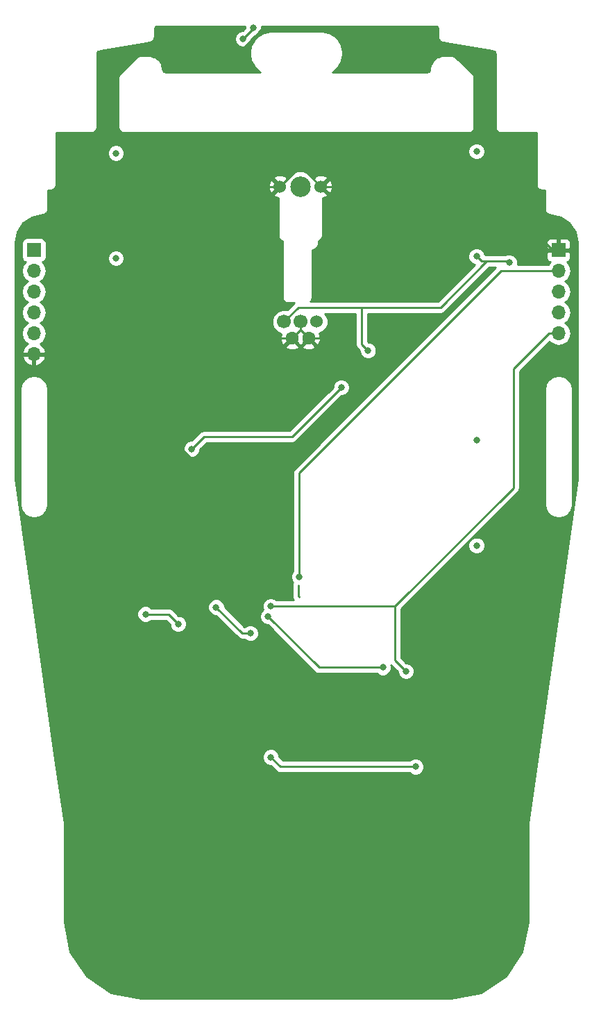
<source format=gbl>
G04 #@! TF.GenerationSoftware,KiCad,Pcbnew,(2017-07-14 revision d3b382c28)-master*
G04 #@! TF.CreationDate,2017-07-21T01:22:26-04:00*
G04 #@! TF.ProjectId,MAGLabs-2017-Swadges,4D41474C6162732D323031372D537761,rev?*
G04 #@! TF.SameCoordinates,Original
G04 #@! TF.FileFunction,Copper,L2,Bot,Signal*
G04 #@! TF.FilePolarity,Positive*
%FSLAX46Y46*%
G04 Gerber Fmt 4.6, Leading zero omitted, Abs format (unit mm)*
G04 Created by KiCad (PCBNEW (2017-07-14 revision d3b382c28)-master) date Fri Jul 21 01:22:26 2017*
%MOMM*%
%LPD*%
G01*
G04 APERTURE LIST*
%ADD10O,1.700000X1.700000*%
%ADD11R,1.700000X1.700000*%
%ADD12C,1.700000*%
%ADD13C,1.524000*%
%ADD14C,2.500000*%
%ADD15C,1.600000*%
%ADD16C,0.800000*%
%ADD17C,0.250000*%
%ADD18C,0.254000*%
G04 APERTURE END LIST*
D10*
X104000000Y-75700000D03*
X104000000Y-73160000D03*
X104000000Y-70620000D03*
X104000000Y-68080000D03*
X104000000Y-65540000D03*
D11*
X104000000Y-63000000D03*
D12*
X134500000Y-71750000D03*
X136500000Y-71750000D03*
D13*
X138500000Y-71750000D03*
X139000000Y-55250000D03*
X134000000Y-55250000D03*
D14*
X136500000Y-55250000D03*
D15*
X135500000Y-73750000D03*
X137500000Y-73750000D03*
D10*
X168000000Y-73160000D03*
X168000000Y-70620000D03*
X168000000Y-68080000D03*
X168000000Y-65540000D03*
D11*
X168000000Y-63000000D03*
D16*
X114000000Y-51190000D03*
X114000000Y-64000000D03*
X158000000Y-99035000D03*
X158000000Y-86225000D03*
X130774440Y-35874960D03*
X162000000Y-64500000D03*
X121600000Y-108600000D03*
X117600000Y-107400000D03*
X129500000Y-37250000D03*
X123250000Y-87250000D03*
X141500000Y-79750000D03*
X144750000Y-75250000D03*
X158000000Y-63775000D03*
X158000000Y-50965000D03*
X151100000Y-72200000D03*
X151160000Y-67500000D03*
X116130000Y-57260000D03*
X113660000Y-105700000D03*
X125294398Y-92675021D03*
X120800000Y-104600000D03*
X154500000Y-108750000D03*
X154000000Y-57000000D03*
X150250000Y-38750000D03*
X127250000Y-39500000D03*
X157250000Y-104000000D03*
X107500000Y-76250000D03*
X142500000Y-76250000D03*
X125250000Y-101750000D03*
X123250000Y-105000000D03*
X126500000Y-80500000D03*
X136000000Y-151500000D03*
X114000000Y-86450000D03*
X114000000Y-99260000D03*
X126231000Y-106556000D03*
X130388600Y-109735000D03*
X136346000Y-102836000D03*
X132878000Y-106415000D03*
X149390200Y-114369200D03*
X146560900Y-113911900D03*
X132571900Y-107692500D03*
X132899100Y-124847300D03*
X150557600Y-126018700D03*
D17*
X136230000Y-103890000D02*
X136230000Y-105190000D01*
X136230000Y-105190000D02*
X136380000Y-105340000D01*
X114000000Y-51190000D02*
X114000000Y-51250000D01*
X158000000Y-99035000D02*
X158000000Y-99000000D01*
X158000000Y-86225000D02*
X158000000Y-86250000D01*
X129500000Y-37250000D02*
X130774440Y-35975560D01*
X130774440Y-35975560D02*
X130774440Y-35874960D01*
X161864600Y-64364600D02*
X159250000Y-64364600D01*
X162000000Y-64500000D02*
X161864600Y-64364600D01*
X120400000Y-107400000D02*
X117600000Y-107400000D01*
X121600000Y-108600000D02*
X120400000Y-107400000D01*
X135500000Y-85750000D02*
X141500000Y-79750000D01*
X124750000Y-85750000D02*
X135500000Y-85750000D01*
X123250000Y-87250000D02*
X124750000Y-85750000D01*
X144000000Y-74500000D02*
X144000000Y-70024000D01*
X144750000Y-75250000D02*
X144000000Y-74500000D01*
X158000000Y-63775000D02*
X158000000Y-63750000D01*
X158000000Y-50965000D02*
X158000000Y-51000000D01*
X159250000Y-64364600D02*
X159247000Y-64364600D01*
X158590000Y-64364600D02*
X158000000Y-63775000D01*
X159247000Y-64364600D02*
X158590000Y-64364600D01*
X159250000Y-64364600D02*
X159247000Y-64364600D01*
X153588000Y-70024000D02*
X144000000Y-70024000D01*
X159247000Y-64364600D02*
X153588000Y-70024000D01*
X136226000Y-70024000D02*
X134500000Y-71750000D01*
X144000000Y-70024000D02*
X136226000Y-70024000D01*
X139000000Y-55250000D02*
X139000000Y-55340000D01*
X139000000Y-55340000D02*
X151160000Y-67500000D01*
X144060000Y-77730000D02*
X143890000Y-77560000D01*
X145570000Y-77730000D02*
X144060000Y-77730000D01*
X151100000Y-72200000D02*
X145570000Y-77730000D01*
X116070000Y-56180000D02*
X116070000Y-57200000D01*
X116070000Y-57200000D02*
X116130000Y-57260000D01*
X113660000Y-105700000D02*
X113660000Y-105720000D01*
X135500000Y-73750000D02*
X133250000Y-73750000D01*
X133250000Y-73750000D02*
X126500000Y-80500000D01*
X125294398Y-92675021D02*
X125294398Y-90544398D01*
X125294398Y-90544398D02*
X121750000Y-87000000D01*
X121750000Y-87000000D02*
X121750000Y-85250000D01*
X121750000Y-85250000D02*
X126500000Y-80500000D01*
X125294398Y-93240706D02*
X125294398Y-92675021D01*
X125000000Y-98500000D02*
X125294398Y-98205602D01*
X125294398Y-98205602D02*
X125294398Y-93240706D01*
X126500000Y-80500000D02*
X115750000Y-80500000D01*
X115750000Y-80500000D02*
X113750000Y-82500000D01*
X121200000Y-105000000D02*
X123250000Y-105000000D01*
X120800000Y-104600000D02*
X121200000Y-105000000D01*
X157250000Y-106000000D02*
X157250000Y-104000000D01*
X154500000Y-108750000D02*
X157250000Y-106000000D01*
X147500000Y-36000000D02*
X150250000Y-38750000D01*
X131853000Y-36000000D02*
X147500000Y-36000000D01*
X128353000Y-39500000D02*
X131853000Y-36000000D01*
X127250000Y-39500000D02*
X128353000Y-39500000D01*
X117000000Y-55250000D02*
X134000000Y-55250000D01*
X107500000Y-64750000D02*
X116070000Y-56180000D01*
X116070000Y-56180000D02*
X117000000Y-55250000D01*
X107500000Y-76250000D02*
X107500000Y-64750000D01*
X136250000Y-53000000D02*
X134000000Y-55250000D01*
X136750000Y-53000000D02*
X136250000Y-53000000D01*
X139000000Y-55250000D02*
X136750000Y-53000000D01*
X154000000Y-57000000D02*
X160250000Y-57000000D01*
X152250000Y-55250000D02*
X154000000Y-57000000D01*
X139000000Y-55250000D02*
X152250000Y-55250000D01*
X160250000Y-42250000D02*
X160250000Y-57000000D01*
X156750000Y-38750000D02*
X160250000Y-42250000D01*
X150250000Y-38750000D02*
X156750000Y-38750000D01*
X161250000Y-57000000D02*
X160250000Y-57000000D01*
X167250000Y-63000000D02*
X161250000Y-57000000D01*
X168000000Y-63000000D02*
X167250000Y-63000000D01*
X113750000Y-82500000D02*
X113750000Y-85500000D01*
X107500000Y-76250000D02*
X113750000Y-82500000D01*
X140000000Y-73750000D02*
X142500000Y-76250000D01*
X137500000Y-73750000D02*
X140000000Y-73750000D01*
X136500000Y-72750000D02*
X137500000Y-73750000D01*
X136000000Y-151500000D02*
X138000000Y-151500000D01*
X114000000Y-86450000D02*
X114000000Y-86500000D01*
X114000000Y-99260000D02*
X114000000Y-99250000D01*
X136500000Y-71750000D02*
X136500000Y-72750000D01*
X136500000Y-72750000D02*
X135500000Y-73750000D01*
X124240000Y-99260000D02*
X114000000Y-99260000D01*
X125000000Y-98500000D02*
X124240000Y-99260000D01*
X123250000Y-103750000D02*
X125000000Y-102000000D01*
X123250000Y-105000000D02*
X123250000Y-103750000D01*
X125000000Y-102000000D02*
X125250000Y-101750000D01*
X125000000Y-103250000D02*
X125000000Y-102000000D01*
X123250000Y-105000000D02*
X125000000Y-103250000D01*
X125000000Y-102000000D02*
X125000000Y-98500000D01*
X129410000Y-109735000D02*
X130388600Y-109735000D01*
X126231000Y-106556000D02*
X129410000Y-109735000D01*
X136346000Y-90181500D02*
X136346000Y-102836000D01*
X160988000Y-65540000D02*
X136346000Y-90181500D01*
X168000000Y-65540000D02*
X160988000Y-65540000D01*
X148059000Y-113038000D02*
X148059000Y-106415000D01*
X149390200Y-114369200D02*
X148059000Y-113038000D01*
X132878000Y-106415000D02*
X148059000Y-106415000D01*
X166825000Y-73160000D02*
X168000000Y-73160000D01*
X162485000Y-77499400D02*
X166825000Y-73160000D01*
X162485000Y-91988700D02*
X162485000Y-77499400D01*
X148059000Y-106415000D02*
X162485000Y-91988700D01*
X138791300Y-113911900D02*
X146560900Y-113911900D01*
X132571900Y-107692500D02*
X138791300Y-113911900D01*
X134070500Y-126018700D02*
X150557600Y-126018700D01*
X132899100Y-124847300D02*
X134070500Y-126018700D01*
D18*
G36*
X129739387Y-35935811D02*
X129460233Y-36214965D01*
X129295029Y-36214821D01*
X128914485Y-36372058D01*
X128623081Y-36662954D01*
X128465180Y-37043223D01*
X128464821Y-37454971D01*
X128622058Y-37835515D01*
X128912954Y-38126919D01*
X129293223Y-38284820D01*
X129704971Y-38285179D01*
X130085515Y-38127942D01*
X130376919Y-37837046D01*
X130534820Y-37456777D01*
X130534966Y-37289836D01*
X130914719Y-36910083D01*
X130979411Y-36910139D01*
X131359955Y-36752902D01*
X131651359Y-36462006D01*
X131809260Y-36081737D01*
X131809584Y-35710000D01*
X152930070Y-35710000D01*
X153105655Y-35744926D01*
X153195225Y-35804774D01*
X153255074Y-35894345D01*
X153290000Y-36069930D01*
X153290000Y-37000000D01*
X153305780Y-37079329D01*
X153308303Y-37160170D01*
X153332547Y-37213895D01*
X153344046Y-37271705D01*
X153388980Y-37338955D01*
X153422249Y-37412679D01*
X153465207Y-37453036D01*
X153497954Y-37502046D01*
X153565208Y-37546983D01*
X153624154Y-37602361D01*
X153679286Y-37623207D01*
X153728295Y-37655954D01*
X153807621Y-37671733D01*
X153883277Y-37700340D01*
X159872352Y-38698519D01*
X160105655Y-38744926D01*
X160195225Y-38804774D01*
X160255074Y-38894345D01*
X160290000Y-39069930D01*
X160290000Y-48000000D01*
X160344046Y-48271705D01*
X160497954Y-48502046D01*
X160728295Y-48655954D01*
X161000000Y-48710000D01*
X165290000Y-48710000D01*
X165290000Y-55000000D01*
X165344046Y-55271705D01*
X165497954Y-55502046D01*
X165728295Y-55655954D01*
X166000000Y-55710000D01*
X166290000Y-55710000D01*
X166290000Y-58000000D01*
X166303643Y-58068586D01*
X166303643Y-58138514D01*
X166330404Y-58203120D01*
X166344046Y-58271705D01*
X166382894Y-58329846D01*
X166409656Y-58394455D01*
X166459104Y-58443903D01*
X166497954Y-58502046D01*
X166556098Y-58540897D01*
X166605545Y-58590343D01*
X166670152Y-58617104D01*
X166728295Y-58655954D01*
X166796877Y-58669596D01*
X166861486Y-58696358D01*
X168253707Y-58973288D01*
X169316546Y-59683454D01*
X170026712Y-60746295D01*
X170290000Y-62069931D01*
X170290000Y-90949543D01*
X164297136Y-132899591D01*
X164299897Y-132950245D01*
X164290000Y-133000000D01*
X164290000Y-144930069D01*
X163569989Y-148549807D01*
X161559187Y-151559186D01*
X158549805Y-153569990D01*
X154930069Y-154290000D01*
X117069931Y-154290000D01*
X113450193Y-153569989D01*
X110440814Y-151559187D01*
X108430010Y-148549805D01*
X107710000Y-144930069D01*
X107710000Y-133000000D01*
X107700103Y-132950245D01*
X107702864Y-132899591D01*
X106581819Y-125052271D01*
X131863921Y-125052271D01*
X132021158Y-125432815D01*
X132312054Y-125724219D01*
X132692323Y-125882120D01*
X132859264Y-125882266D01*
X133533099Y-126556101D01*
X133779661Y-126720848D01*
X134070500Y-126778700D01*
X149853839Y-126778700D01*
X149970554Y-126895619D01*
X150350823Y-127053520D01*
X150762571Y-127053879D01*
X151143115Y-126896642D01*
X151434519Y-126605746D01*
X151592420Y-126225477D01*
X151592779Y-125813729D01*
X151435542Y-125433185D01*
X151144646Y-125141781D01*
X150764377Y-124983880D01*
X150352629Y-124983521D01*
X149972085Y-125140758D01*
X149853937Y-125258700D01*
X134385302Y-125258700D01*
X133934135Y-124807533D01*
X133934279Y-124642329D01*
X133777042Y-124261785D01*
X133486146Y-123970381D01*
X133105877Y-123812480D01*
X132694129Y-123812121D01*
X132313585Y-123969358D01*
X132022181Y-124260254D01*
X131864280Y-124640523D01*
X131863921Y-125052271D01*
X106581819Y-125052271D01*
X104089347Y-107604971D01*
X116564821Y-107604971D01*
X116722058Y-107985515D01*
X117012954Y-108276919D01*
X117393223Y-108434820D01*
X117804971Y-108435179D01*
X118185515Y-108277942D01*
X118303663Y-108160000D01*
X120085198Y-108160000D01*
X120564965Y-108639767D01*
X120564821Y-108804971D01*
X120722058Y-109185515D01*
X121012954Y-109476919D01*
X121393223Y-109634820D01*
X121804971Y-109635179D01*
X122185515Y-109477942D01*
X122476919Y-109187046D01*
X122634820Y-108806777D01*
X122635179Y-108395029D01*
X122477942Y-108014485D01*
X122187046Y-107723081D01*
X121806777Y-107565180D01*
X121639836Y-107565034D01*
X120937401Y-106862599D01*
X120785304Y-106760971D01*
X125195821Y-106760971D01*
X125353058Y-107141515D01*
X125643954Y-107432919D01*
X126024223Y-107590820D01*
X126191164Y-107590966D01*
X128872599Y-110272401D01*
X129119161Y-110437148D01*
X129410000Y-110495000D01*
X129684839Y-110495000D01*
X129801554Y-110611919D01*
X130181823Y-110769820D01*
X130593571Y-110770179D01*
X130974115Y-110612942D01*
X131265519Y-110322046D01*
X131423420Y-109941777D01*
X131423779Y-109530029D01*
X131266542Y-109149485D01*
X130975646Y-108858081D01*
X130595377Y-108700180D01*
X130183629Y-108699821D01*
X129803085Y-108857058D01*
X129704887Y-108955085D01*
X128647273Y-107897471D01*
X131536721Y-107897471D01*
X131693958Y-108278015D01*
X131984854Y-108569419D01*
X132365123Y-108727320D01*
X132532064Y-108727466D01*
X138253899Y-114449301D01*
X138500461Y-114614048D01*
X138791300Y-114671900D01*
X145857139Y-114671900D01*
X145973854Y-114788819D01*
X146354123Y-114946720D01*
X146765871Y-114947079D01*
X147146415Y-114789842D01*
X147437819Y-114498946D01*
X147595720Y-114118677D01*
X147596079Y-113706929D01*
X147555910Y-113609712D01*
X148355165Y-114408967D01*
X148355021Y-114574171D01*
X148512258Y-114954715D01*
X148803154Y-115246119D01*
X149183423Y-115404020D01*
X149595171Y-115404379D01*
X149975715Y-115247142D01*
X150267119Y-114956246D01*
X150425020Y-114575977D01*
X150425379Y-114164229D01*
X150268142Y-113783685D01*
X149977246Y-113492281D01*
X149596977Y-113334380D01*
X149430036Y-113334234D01*
X148819000Y-112723198D01*
X148819000Y-106729798D01*
X156308671Y-99239971D01*
X156964821Y-99239971D01*
X157122058Y-99620515D01*
X157412954Y-99911919D01*
X157793223Y-100069820D01*
X158204971Y-100070179D01*
X158585515Y-99912942D01*
X158876919Y-99622046D01*
X159034820Y-99241777D01*
X159035179Y-98830029D01*
X158877942Y-98449485D01*
X158587046Y-98158081D01*
X158206777Y-98000180D01*
X157795029Y-97999821D01*
X157414485Y-98157058D01*
X157123081Y-98447954D01*
X156965180Y-98828223D01*
X156964821Y-99239971D01*
X156308671Y-99239971D01*
X163022407Y-92526096D01*
X163123430Y-92374899D01*
X163187148Y-92279539D01*
X163187149Y-92279535D01*
X163187151Y-92279532D01*
X163216223Y-92133372D01*
X163245000Y-91988700D01*
X163245000Y-80000000D01*
X166290000Y-80000000D01*
X166290000Y-94000000D01*
X166303642Y-94068584D01*
X166303642Y-94138513D01*
X166379762Y-94521196D01*
X166399395Y-94568593D01*
X166485776Y-94777138D01*
X166702549Y-95101561D01*
X166702550Y-95101562D01*
X166898438Y-95297451D01*
X167222862Y-95514223D01*
X167328877Y-95558136D01*
X167478804Y-95620238D01*
X167861486Y-95696358D01*
X168138513Y-95696358D01*
X168521196Y-95620238D01*
X168596160Y-95589187D01*
X168777138Y-95514224D01*
X169101561Y-95297451D01*
X169101562Y-95297450D01*
X169297451Y-95101562D01*
X169514223Y-94777138D01*
X169564419Y-94655954D01*
X169620238Y-94521196D01*
X169696358Y-94138514D01*
X169696358Y-94068584D01*
X169710000Y-94000000D01*
X169710000Y-80000000D01*
X169696358Y-79931416D01*
X169696358Y-79861486D01*
X169620238Y-79478804D01*
X169514223Y-79222863D01*
X169514223Y-79222862D01*
X169297451Y-78898438D01*
X169101562Y-78702550D01*
X169101561Y-78702549D01*
X168777138Y-78485776D01*
X168593368Y-78409657D01*
X168521196Y-78379762D01*
X168138513Y-78303642D01*
X167861486Y-78303642D01*
X167478804Y-78379762D01*
X167406632Y-78409657D01*
X167222862Y-78485777D01*
X166898438Y-78702549D01*
X166739501Y-78861487D01*
X166702549Y-78898439D01*
X166485776Y-79222862D01*
X166435581Y-79344046D01*
X166379762Y-79478804D01*
X166303642Y-79861487D01*
X166303642Y-79931416D01*
X166290000Y-80000000D01*
X163245000Y-80000000D01*
X163245000Y-77814233D01*
X166892346Y-74167391D01*
X166920853Y-74210054D01*
X167402622Y-74531961D01*
X167970907Y-74645000D01*
X168029093Y-74645000D01*
X168597378Y-74531961D01*
X169079147Y-74210054D01*
X169401054Y-73728285D01*
X169514093Y-73160000D01*
X169401054Y-72591715D01*
X169079147Y-72109946D01*
X168749974Y-71890000D01*
X169079147Y-71670054D01*
X169401054Y-71188285D01*
X169514093Y-70620000D01*
X169401054Y-70051715D01*
X169079147Y-69569946D01*
X168749974Y-69350000D01*
X169079147Y-69130054D01*
X169401054Y-68648285D01*
X169514093Y-68080000D01*
X169401054Y-67511715D01*
X169079147Y-67029946D01*
X168749974Y-66810000D01*
X169079147Y-66590054D01*
X169401054Y-66108285D01*
X169514093Y-65540000D01*
X169401054Y-64971715D01*
X169079147Y-64489946D01*
X169035223Y-64460597D01*
X169209698Y-64388327D01*
X169388327Y-64209699D01*
X169485000Y-63976310D01*
X169485000Y-63285750D01*
X169326250Y-63127000D01*
X168127000Y-63127000D01*
X168127000Y-63147000D01*
X167873000Y-63147000D01*
X167873000Y-63127000D01*
X166673750Y-63127000D01*
X166515000Y-63285750D01*
X166515000Y-63976310D01*
X166611673Y-64209699D01*
X166790302Y-64388327D01*
X166964777Y-64460597D01*
X166920853Y-64489946D01*
X166727046Y-64780000D01*
X163004415Y-64780000D01*
X163034820Y-64706777D01*
X163035179Y-64295029D01*
X162877942Y-63914485D01*
X162587046Y-63623081D01*
X162206777Y-63465180D01*
X161795029Y-63464821D01*
X161456737Y-63604600D01*
X159035149Y-63604600D01*
X159035179Y-63570029D01*
X158877942Y-63189485D01*
X158587046Y-62898081D01*
X158206777Y-62740180D01*
X157795029Y-62739821D01*
X157414485Y-62897058D01*
X157123081Y-63187954D01*
X156965180Y-63568223D01*
X156964821Y-63979971D01*
X157122058Y-64360515D01*
X157412954Y-64651919D01*
X157746463Y-64790403D01*
X153273182Y-69264000D01*
X137734155Y-69264000D01*
X137752046Y-69252046D01*
X137905954Y-69021705D01*
X137960000Y-68750000D01*
X137960000Y-62960000D01*
X138000000Y-62960000D01*
X138271705Y-62905954D01*
X138502046Y-62752046D01*
X138655954Y-62521705D01*
X138710000Y-62250000D01*
X138710000Y-62023690D01*
X166515000Y-62023690D01*
X166515000Y-62714250D01*
X166673750Y-62873000D01*
X167873000Y-62873000D01*
X167873000Y-61673750D01*
X168127000Y-61673750D01*
X168127000Y-62873000D01*
X169326250Y-62873000D01*
X169485000Y-62714250D01*
X169485000Y-62023690D01*
X169388327Y-61790301D01*
X169209698Y-61611673D01*
X168976309Y-61515000D01*
X168285750Y-61515000D01*
X168127000Y-61673750D01*
X167873000Y-61673750D01*
X167714250Y-61515000D01*
X167023691Y-61515000D01*
X166790302Y-61611673D01*
X166611673Y-61790301D01*
X166515000Y-62023690D01*
X138710000Y-62023690D01*
X138710000Y-61918228D01*
X138771705Y-61905954D01*
X139002046Y-61752046D01*
X139155954Y-61521705D01*
X139210000Y-61250000D01*
X139210000Y-56638238D01*
X139347368Y-56631362D01*
X139731143Y-56472397D01*
X139800608Y-56230213D01*
X139000000Y-55429605D01*
X138985858Y-55443748D01*
X138806253Y-55264143D01*
X138820395Y-55250000D01*
X139179605Y-55250000D01*
X139980213Y-56050608D01*
X140222397Y-55981143D01*
X140409144Y-55457698D01*
X140381362Y-54902632D01*
X140222397Y-54518857D01*
X139980213Y-54449392D01*
X139179605Y-55250000D01*
X138820395Y-55250000D01*
X138806253Y-55235858D01*
X138985858Y-55056253D01*
X139000000Y-55070395D01*
X139800608Y-54269787D01*
X139731143Y-54027603D01*
X139207698Y-53840856D01*
X138652632Y-53868638D01*
X138268857Y-54027603D01*
X138199393Y-54269785D01*
X138084382Y-54154774D01*
X138077261Y-54161895D01*
X137569161Y-53652907D01*
X136876595Y-53365328D01*
X136126695Y-53364674D01*
X135433628Y-53651043D01*
X134922312Y-54161468D01*
X134915618Y-54154774D01*
X134800607Y-54269785D01*
X134731143Y-54027603D01*
X134207698Y-53840856D01*
X133652632Y-53868638D01*
X133268857Y-54027603D01*
X133199392Y-54269787D01*
X134000000Y-55070395D01*
X134014143Y-55056253D01*
X134193748Y-55235858D01*
X134179605Y-55250000D01*
X134193748Y-55264143D01*
X134014143Y-55443748D01*
X134000000Y-55429605D01*
X133199392Y-56230213D01*
X133268857Y-56472397D01*
X133790000Y-56658323D01*
X133790000Y-61250000D01*
X133844046Y-61521705D01*
X133997954Y-61752046D01*
X134228295Y-61905954D01*
X134290000Y-61918228D01*
X134290000Y-68750000D01*
X134344046Y-69021705D01*
X134497954Y-69252046D01*
X134728295Y-69405954D01*
X135000000Y-69460000D01*
X135728407Y-69460000D01*
X135688599Y-69486599D01*
X134876709Y-70298489D01*
X134796681Y-70265258D01*
X134205911Y-70264743D01*
X133659914Y-70490344D01*
X133241812Y-70907717D01*
X133015258Y-71453319D01*
X133014743Y-72044089D01*
X133240344Y-72590086D01*
X133657717Y-73008188D01*
X134165905Y-73219206D01*
X134053035Y-73533223D01*
X134080222Y-74103454D01*
X134246136Y-74504005D01*
X134492255Y-74578139D01*
X135320395Y-73750000D01*
X135306253Y-73735858D01*
X135485858Y-73556253D01*
X135500000Y-73570395D01*
X135514143Y-73556253D01*
X135693748Y-73735858D01*
X135679605Y-73750000D01*
X136113571Y-74183966D01*
X136246136Y-74504005D01*
X136492255Y-74578139D01*
X136500000Y-74570394D01*
X136507745Y-74578139D01*
X136753864Y-74504005D01*
X136859062Y-74211332D01*
X137320395Y-73750000D01*
X137306253Y-73735858D01*
X137485858Y-73556252D01*
X137500000Y-73570395D01*
X137514142Y-73556252D01*
X137693748Y-73735858D01*
X137679605Y-73750000D01*
X138507745Y-74578139D01*
X138753864Y-74504005D01*
X138946965Y-73966777D01*
X138919778Y-73396546D01*
X138810689Y-73133182D01*
X139290303Y-72935010D01*
X139683629Y-72542370D01*
X139896757Y-72029100D01*
X139897242Y-71473339D01*
X139685010Y-70959697D01*
X139509619Y-70784000D01*
X143240000Y-70784000D01*
X143240000Y-74500000D01*
X143297852Y-74790839D01*
X143462599Y-75037401D01*
X143714965Y-75289767D01*
X143714821Y-75454971D01*
X143872058Y-75835515D01*
X144162954Y-76126919D01*
X144543223Y-76284820D01*
X144954971Y-76285179D01*
X145335515Y-76127942D01*
X145626919Y-75837046D01*
X145784820Y-75456777D01*
X145785179Y-75045029D01*
X145627942Y-74664485D01*
X145337046Y-74373081D01*
X144956777Y-74215180D01*
X144789836Y-74215034D01*
X144760000Y-74185198D01*
X144760000Y-70784000D01*
X153588000Y-70784000D01*
X153588013Y-70783997D01*
X153588027Y-70784000D01*
X153738250Y-70754113D01*
X153878839Y-70726148D01*
X153878850Y-70726141D01*
X153878864Y-70726138D01*
X154005930Y-70641228D01*
X154125401Y-70561401D01*
X154125409Y-70561390D01*
X154125420Y-70561382D01*
X159561818Y-65124600D01*
X160328595Y-65124600D01*
X135808604Y-89644093D01*
X135808601Y-89644098D01*
X135808599Y-89644099D01*
X135759671Y-89717324D01*
X135643855Y-89890653D01*
X135643854Y-89890658D01*
X135643852Y-89890661D01*
X135616688Y-90027220D01*
X135586000Y-90181492D01*
X135586001Y-90181496D01*
X135586000Y-90181500D01*
X135586000Y-102132239D01*
X135469081Y-102248954D01*
X135311180Y-102629223D01*
X135310821Y-103040971D01*
X135468058Y-103421515D01*
X135574982Y-103528626D01*
X135527852Y-103599161D01*
X135470000Y-103890000D01*
X135470000Y-105190000D01*
X135527852Y-105480839D01*
X135644222Y-105655000D01*
X133581761Y-105655000D01*
X133465046Y-105538081D01*
X133084777Y-105380180D01*
X132673029Y-105379821D01*
X132292485Y-105537058D01*
X132001081Y-105827954D01*
X131843180Y-106208223D01*
X131842821Y-106619971D01*
X131941667Y-106859198D01*
X131694981Y-107105454D01*
X131537080Y-107485723D01*
X131536721Y-107897471D01*
X128647273Y-107897471D01*
X127266035Y-106516233D01*
X127266179Y-106351029D01*
X127108942Y-105970485D01*
X126818046Y-105679081D01*
X126437777Y-105521180D01*
X126026029Y-105520821D01*
X125645485Y-105678058D01*
X125354081Y-105968954D01*
X125196180Y-106349223D01*
X125195821Y-106760971D01*
X120785304Y-106760971D01*
X120690839Y-106697852D01*
X120400000Y-106640000D01*
X118303761Y-106640000D01*
X118187046Y-106523081D01*
X117806777Y-106365180D01*
X117395029Y-106364821D01*
X117014485Y-106522058D01*
X116723081Y-106812954D01*
X116565180Y-107193223D01*
X116564821Y-107604971D01*
X104089347Y-107604971D01*
X101710000Y-90949543D01*
X101710000Y-80000000D01*
X102290000Y-80000000D01*
X102290000Y-94000000D01*
X102303642Y-94068584D01*
X102303642Y-94138513D01*
X102379762Y-94521196D01*
X102399395Y-94568593D01*
X102485776Y-94777138D01*
X102702549Y-95101561D01*
X102702550Y-95101562D01*
X102898438Y-95297451D01*
X103222862Y-95514223D01*
X103328877Y-95558136D01*
X103478804Y-95620238D01*
X103861486Y-95696358D01*
X104138513Y-95696358D01*
X104521196Y-95620238D01*
X104596160Y-95589187D01*
X104777138Y-95514224D01*
X105101561Y-95297451D01*
X105101562Y-95297450D01*
X105297451Y-95101562D01*
X105514223Y-94777138D01*
X105564419Y-94655954D01*
X105620238Y-94521196D01*
X105696358Y-94138514D01*
X105696358Y-94068584D01*
X105710000Y-94000000D01*
X105710000Y-87454971D01*
X122214821Y-87454971D01*
X122372058Y-87835515D01*
X122662954Y-88126919D01*
X123043223Y-88284820D01*
X123454971Y-88285179D01*
X123835515Y-88127942D01*
X124126919Y-87837046D01*
X124284820Y-87456777D01*
X124284966Y-87289836D01*
X125064802Y-86510000D01*
X135500000Y-86510000D01*
X135790839Y-86452148D01*
X136037401Y-86287401D01*
X141539767Y-80785035D01*
X141704971Y-80785179D01*
X142085515Y-80627942D01*
X142376919Y-80337046D01*
X142534820Y-79956777D01*
X142535179Y-79545029D01*
X142377942Y-79164485D01*
X142087046Y-78873081D01*
X141706777Y-78715180D01*
X141295029Y-78714821D01*
X140914485Y-78872058D01*
X140623081Y-79162954D01*
X140465180Y-79543223D01*
X140465034Y-79710164D01*
X135185198Y-84990000D01*
X124750000Y-84990000D01*
X124459160Y-85047852D01*
X124212599Y-85212599D01*
X123210233Y-86214965D01*
X123045029Y-86214821D01*
X122664485Y-86372058D01*
X122373081Y-86662954D01*
X122215180Y-87043223D01*
X122214821Y-87454971D01*
X105710000Y-87454971D01*
X105710000Y-80000000D01*
X105696358Y-79931416D01*
X105696358Y-79861486D01*
X105620238Y-79478804D01*
X105514223Y-79222863D01*
X105514223Y-79222862D01*
X105297451Y-78898438D01*
X105101562Y-78702550D01*
X105101561Y-78702549D01*
X104777138Y-78485776D01*
X104593368Y-78409657D01*
X104521196Y-78379762D01*
X104138513Y-78303642D01*
X103861486Y-78303642D01*
X103478804Y-78379762D01*
X103406632Y-78409657D01*
X103222862Y-78485777D01*
X102898438Y-78702549D01*
X102739501Y-78861487D01*
X102702549Y-78898439D01*
X102485776Y-79222862D01*
X102435581Y-79344046D01*
X102379762Y-79478804D01*
X102303642Y-79861487D01*
X102303642Y-79931416D01*
X102290000Y-80000000D01*
X101710000Y-80000000D01*
X101710000Y-76056890D01*
X102558524Y-76056890D01*
X102728355Y-76466924D01*
X103118642Y-76895183D01*
X103643108Y-77141486D01*
X103873000Y-77020819D01*
X103873000Y-75827000D01*
X104127000Y-75827000D01*
X104127000Y-77020819D01*
X104356892Y-77141486D01*
X104881358Y-76895183D01*
X105271645Y-76466924D01*
X105441476Y-76056890D01*
X105320155Y-75827000D01*
X104127000Y-75827000D01*
X103873000Y-75827000D01*
X102679845Y-75827000D01*
X102558524Y-76056890D01*
X101710000Y-76056890D01*
X101710000Y-65540000D01*
X102485907Y-65540000D01*
X102598946Y-66108285D01*
X102920853Y-66590054D01*
X103250026Y-66810000D01*
X102920853Y-67029946D01*
X102598946Y-67511715D01*
X102485907Y-68080000D01*
X102598946Y-68648285D01*
X102920853Y-69130054D01*
X103250026Y-69350000D01*
X102920853Y-69569946D01*
X102598946Y-70051715D01*
X102485907Y-70620000D01*
X102598946Y-71188285D01*
X102920853Y-71670054D01*
X103250026Y-71890000D01*
X102920853Y-72109946D01*
X102598946Y-72591715D01*
X102485907Y-73160000D01*
X102598946Y-73728285D01*
X102920853Y-74210054D01*
X103261553Y-74437702D01*
X103118642Y-74504817D01*
X102728355Y-74933076D01*
X102558524Y-75343110D01*
X102679845Y-75573000D01*
X103873000Y-75573000D01*
X103873000Y-75553000D01*
X104127000Y-75553000D01*
X104127000Y-75573000D01*
X105320155Y-75573000D01*
X105441476Y-75343110D01*
X105271645Y-74933076D01*
X105111860Y-74757745D01*
X134671861Y-74757745D01*
X134745995Y-75003864D01*
X135283223Y-75196965D01*
X135853454Y-75169778D01*
X136254005Y-75003864D01*
X136328139Y-74757745D01*
X136671861Y-74757745D01*
X136745995Y-75003864D01*
X137283223Y-75196965D01*
X137853454Y-75169778D01*
X138254005Y-75003864D01*
X138328139Y-74757745D01*
X137500000Y-73929605D01*
X136671861Y-74757745D01*
X136328139Y-74757745D01*
X135500000Y-73929605D01*
X134671861Y-74757745D01*
X105111860Y-74757745D01*
X104881358Y-74504817D01*
X104738447Y-74437702D01*
X105079147Y-74210054D01*
X105401054Y-73728285D01*
X105514093Y-73160000D01*
X105401054Y-72591715D01*
X105079147Y-72109946D01*
X104749974Y-71890000D01*
X105079147Y-71670054D01*
X105401054Y-71188285D01*
X105514093Y-70620000D01*
X105401054Y-70051715D01*
X105079147Y-69569946D01*
X104749974Y-69350000D01*
X105079147Y-69130054D01*
X105401054Y-68648285D01*
X105514093Y-68080000D01*
X105401054Y-67511715D01*
X105079147Y-67029946D01*
X104749974Y-66810000D01*
X105079147Y-66590054D01*
X105401054Y-66108285D01*
X105514093Y-65540000D01*
X105401054Y-64971715D01*
X105079147Y-64489946D01*
X105035223Y-64460597D01*
X105097765Y-64448157D01*
X105307809Y-64307809D01*
X105376523Y-64204971D01*
X112964821Y-64204971D01*
X113122058Y-64585515D01*
X113412954Y-64876919D01*
X113793223Y-65034820D01*
X114204971Y-65035179D01*
X114585515Y-64877942D01*
X114876919Y-64587046D01*
X115034820Y-64206777D01*
X115035179Y-63795029D01*
X114877942Y-63414485D01*
X114587046Y-63123081D01*
X114206777Y-62965180D01*
X113795029Y-62964821D01*
X113414485Y-63122058D01*
X113123081Y-63412954D01*
X112965180Y-63793223D01*
X112964821Y-64204971D01*
X105376523Y-64204971D01*
X105448157Y-64097765D01*
X105497440Y-63850000D01*
X105497440Y-62150000D01*
X105448157Y-61902235D01*
X105307809Y-61692191D01*
X105097765Y-61551843D01*
X104850000Y-61502560D01*
X103150000Y-61502560D01*
X102902235Y-61551843D01*
X102692191Y-61692191D01*
X102551843Y-61902235D01*
X102502560Y-62150000D01*
X102502560Y-63850000D01*
X102551843Y-64097765D01*
X102692191Y-64307809D01*
X102902235Y-64448157D01*
X102964777Y-64460597D01*
X102920853Y-64489946D01*
X102598946Y-64971715D01*
X102485907Y-65540000D01*
X101710000Y-65540000D01*
X101710000Y-62069931D01*
X101973288Y-60746293D01*
X102683454Y-59683454D01*
X103746295Y-58973288D01*
X105138514Y-58696358D01*
X105203123Y-58669596D01*
X105271705Y-58655954D01*
X105329848Y-58617104D01*
X105394455Y-58590343D01*
X105443902Y-58540897D01*
X105502046Y-58502046D01*
X105540896Y-58443903D01*
X105590344Y-58394455D01*
X105617106Y-58329846D01*
X105655954Y-58271705D01*
X105669596Y-58203120D01*
X105696357Y-58138514D01*
X105696357Y-58068586D01*
X105710000Y-58000000D01*
X105710000Y-55710000D01*
X106000000Y-55710000D01*
X106271705Y-55655954D01*
X106502046Y-55502046D01*
X106655954Y-55271705D01*
X106701585Y-55042302D01*
X132590856Y-55042302D01*
X132618638Y-55597368D01*
X132777603Y-55981143D01*
X133019787Y-56050608D01*
X133820395Y-55250000D01*
X133019787Y-54449392D01*
X132777603Y-54518857D01*
X132590856Y-55042302D01*
X106701585Y-55042302D01*
X106710000Y-55000000D01*
X106710000Y-51394971D01*
X112964821Y-51394971D01*
X113122058Y-51775515D01*
X113412954Y-52066919D01*
X113793223Y-52224820D01*
X114204971Y-52225179D01*
X114585515Y-52067942D01*
X114876919Y-51777046D01*
X115034820Y-51396777D01*
X115035017Y-51169971D01*
X156964821Y-51169971D01*
X157122058Y-51550515D01*
X157412954Y-51841919D01*
X157793223Y-51999820D01*
X158204971Y-52000179D01*
X158585515Y-51842942D01*
X158876919Y-51552046D01*
X159034820Y-51171777D01*
X159035179Y-50760029D01*
X158877942Y-50379485D01*
X158587046Y-50088081D01*
X158206777Y-49930180D01*
X157795029Y-49929821D01*
X157414485Y-50087058D01*
X157123081Y-50377954D01*
X156965180Y-50758223D01*
X156964821Y-51169971D01*
X115035017Y-51169971D01*
X115035179Y-50985029D01*
X114877942Y-50604485D01*
X114587046Y-50313081D01*
X114206777Y-50155180D01*
X113795029Y-50154821D01*
X113414485Y-50312058D01*
X113123081Y-50602954D01*
X112965180Y-50983223D01*
X112964821Y-51394971D01*
X106710000Y-51394971D01*
X106710000Y-48710000D01*
X111000000Y-48710000D01*
X111271705Y-48655954D01*
X111502046Y-48502046D01*
X111655954Y-48271705D01*
X111710000Y-48000000D01*
X111710000Y-42000000D01*
X114290000Y-42000000D01*
X114290000Y-48000000D01*
X114344046Y-48271705D01*
X114497954Y-48502046D01*
X114728295Y-48655954D01*
X115000000Y-48710000D01*
X157000000Y-48710000D01*
X157271705Y-48655954D01*
X157502046Y-48502046D01*
X157655954Y-48271705D01*
X157710000Y-48000000D01*
X157710000Y-42000000D01*
X157655954Y-41728295D01*
X157502046Y-41497954D01*
X155502046Y-39497954D01*
X155271705Y-39344046D01*
X155000000Y-39290000D01*
X154000000Y-39290000D01*
X153931416Y-39303642D01*
X153861486Y-39303642D01*
X153478804Y-39379762D01*
X153406632Y-39409657D01*
X153222862Y-39485777D01*
X152898438Y-39702549D01*
X152777118Y-39823870D01*
X152702549Y-39898439D01*
X152485776Y-40222862D01*
X152430749Y-40355711D01*
X152379762Y-40478804D01*
X152303642Y-40861486D01*
X152303642Y-40861487D01*
X152255074Y-41105655D01*
X152195225Y-41195226D01*
X152105655Y-41255074D01*
X151930070Y-41290000D01*
X140381473Y-41290000D01*
X140808668Y-41004558D01*
X141004558Y-40808668D01*
X141438103Y-40159822D01*
X141504303Y-40000000D01*
X141544117Y-39903881D01*
X141696357Y-39138515D01*
X141696357Y-38861485D01*
X141544117Y-38096119D01*
X141484482Y-37952148D01*
X141438103Y-37840178D01*
X141004558Y-37191332D01*
X140808668Y-36995442D01*
X140159821Y-36561897D01*
X140005448Y-36497954D01*
X139903881Y-36455883D01*
X139138514Y-36303642D01*
X139068584Y-36303642D01*
X139000000Y-36290000D01*
X133000000Y-36290000D01*
X132931413Y-36303643D01*
X132861485Y-36303643D01*
X132096119Y-36455883D01*
X131968149Y-36508890D01*
X131840178Y-36561897D01*
X131191332Y-36995442D01*
X130995442Y-37191332D01*
X130561897Y-37840179D01*
X130528437Y-37920959D01*
X130455883Y-38096119D01*
X130303642Y-38861486D01*
X130303643Y-39000000D01*
X130303642Y-39138514D01*
X130455883Y-39903881D01*
X130469853Y-39937606D01*
X130561897Y-40159821D01*
X130995442Y-40808668D01*
X131191332Y-41004558D01*
X131618526Y-41290000D01*
X120069930Y-41290000D01*
X119894345Y-41255074D01*
X119804774Y-41195225D01*
X119744926Y-41105655D01*
X119696358Y-40861487D01*
X119696358Y-40861486D01*
X119620238Y-40478804D01*
X119558136Y-40328877D01*
X119514223Y-40222862D01*
X119297451Y-39898438D01*
X119101562Y-39702550D01*
X119101561Y-39702549D01*
X118777138Y-39485776D01*
X118593368Y-39409657D01*
X118521196Y-39379762D01*
X118138513Y-39303642D01*
X118068584Y-39303642D01*
X118000000Y-39290000D01*
X117000000Y-39290000D01*
X116728295Y-39344046D01*
X116497954Y-39497954D01*
X114497954Y-41497954D01*
X114344046Y-41728295D01*
X114290000Y-42000000D01*
X111710000Y-42000000D01*
X111710000Y-39069930D01*
X111744926Y-38894345D01*
X111804774Y-38804775D01*
X111894345Y-38744926D01*
X112127648Y-38698519D01*
X118116724Y-37700340D01*
X118192381Y-37671733D01*
X118271705Y-37655954D01*
X118320713Y-37623208D01*
X118375847Y-37602361D01*
X118434795Y-37546982D01*
X118502046Y-37502046D01*
X118534793Y-37453037D01*
X118577751Y-37412679D01*
X118611020Y-37338953D01*
X118655954Y-37271705D01*
X118667453Y-37213898D01*
X118691698Y-37160170D01*
X118694221Y-37079324D01*
X118710000Y-37000000D01*
X118710000Y-36069930D01*
X118744926Y-35894345D01*
X118804774Y-35804775D01*
X118894345Y-35744926D01*
X119069930Y-35710000D01*
X129739584Y-35710000D01*
X129739387Y-35935811D01*
X129739387Y-35935811D01*
G37*
X129739387Y-35935811D02*
X129460233Y-36214965D01*
X129295029Y-36214821D01*
X128914485Y-36372058D01*
X128623081Y-36662954D01*
X128465180Y-37043223D01*
X128464821Y-37454971D01*
X128622058Y-37835515D01*
X128912954Y-38126919D01*
X129293223Y-38284820D01*
X129704971Y-38285179D01*
X130085515Y-38127942D01*
X130376919Y-37837046D01*
X130534820Y-37456777D01*
X130534966Y-37289836D01*
X130914719Y-36910083D01*
X130979411Y-36910139D01*
X131359955Y-36752902D01*
X131651359Y-36462006D01*
X131809260Y-36081737D01*
X131809584Y-35710000D01*
X152930070Y-35710000D01*
X153105655Y-35744926D01*
X153195225Y-35804774D01*
X153255074Y-35894345D01*
X153290000Y-36069930D01*
X153290000Y-37000000D01*
X153305780Y-37079329D01*
X153308303Y-37160170D01*
X153332547Y-37213895D01*
X153344046Y-37271705D01*
X153388980Y-37338955D01*
X153422249Y-37412679D01*
X153465207Y-37453036D01*
X153497954Y-37502046D01*
X153565208Y-37546983D01*
X153624154Y-37602361D01*
X153679286Y-37623207D01*
X153728295Y-37655954D01*
X153807621Y-37671733D01*
X153883277Y-37700340D01*
X159872352Y-38698519D01*
X160105655Y-38744926D01*
X160195225Y-38804774D01*
X160255074Y-38894345D01*
X160290000Y-39069930D01*
X160290000Y-48000000D01*
X160344046Y-48271705D01*
X160497954Y-48502046D01*
X160728295Y-48655954D01*
X161000000Y-48710000D01*
X165290000Y-48710000D01*
X165290000Y-55000000D01*
X165344046Y-55271705D01*
X165497954Y-55502046D01*
X165728295Y-55655954D01*
X166000000Y-55710000D01*
X166290000Y-55710000D01*
X166290000Y-58000000D01*
X166303643Y-58068586D01*
X166303643Y-58138514D01*
X166330404Y-58203120D01*
X166344046Y-58271705D01*
X166382894Y-58329846D01*
X166409656Y-58394455D01*
X166459104Y-58443903D01*
X166497954Y-58502046D01*
X166556098Y-58540897D01*
X166605545Y-58590343D01*
X166670152Y-58617104D01*
X166728295Y-58655954D01*
X166796877Y-58669596D01*
X166861486Y-58696358D01*
X168253707Y-58973288D01*
X169316546Y-59683454D01*
X170026712Y-60746295D01*
X170290000Y-62069931D01*
X170290000Y-90949543D01*
X164297136Y-132899591D01*
X164299897Y-132950245D01*
X164290000Y-133000000D01*
X164290000Y-144930069D01*
X163569989Y-148549807D01*
X161559187Y-151559186D01*
X158549805Y-153569990D01*
X154930069Y-154290000D01*
X117069931Y-154290000D01*
X113450193Y-153569989D01*
X110440814Y-151559187D01*
X108430010Y-148549805D01*
X107710000Y-144930069D01*
X107710000Y-133000000D01*
X107700103Y-132950245D01*
X107702864Y-132899591D01*
X106581819Y-125052271D01*
X131863921Y-125052271D01*
X132021158Y-125432815D01*
X132312054Y-125724219D01*
X132692323Y-125882120D01*
X132859264Y-125882266D01*
X133533099Y-126556101D01*
X133779661Y-126720848D01*
X134070500Y-126778700D01*
X149853839Y-126778700D01*
X149970554Y-126895619D01*
X150350823Y-127053520D01*
X150762571Y-127053879D01*
X151143115Y-126896642D01*
X151434519Y-126605746D01*
X151592420Y-126225477D01*
X151592779Y-125813729D01*
X151435542Y-125433185D01*
X151144646Y-125141781D01*
X150764377Y-124983880D01*
X150352629Y-124983521D01*
X149972085Y-125140758D01*
X149853937Y-125258700D01*
X134385302Y-125258700D01*
X133934135Y-124807533D01*
X133934279Y-124642329D01*
X133777042Y-124261785D01*
X133486146Y-123970381D01*
X133105877Y-123812480D01*
X132694129Y-123812121D01*
X132313585Y-123969358D01*
X132022181Y-124260254D01*
X131864280Y-124640523D01*
X131863921Y-125052271D01*
X106581819Y-125052271D01*
X104089347Y-107604971D01*
X116564821Y-107604971D01*
X116722058Y-107985515D01*
X117012954Y-108276919D01*
X117393223Y-108434820D01*
X117804971Y-108435179D01*
X118185515Y-108277942D01*
X118303663Y-108160000D01*
X120085198Y-108160000D01*
X120564965Y-108639767D01*
X120564821Y-108804971D01*
X120722058Y-109185515D01*
X121012954Y-109476919D01*
X121393223Y-109634820D01*
X121804971Y-109635179D01*
X122185515Y-109477942D01*
X122476919Y-109187046D01*
X122634820Y-108806777D01*
X122635179Y-108395029D01*
X122477942Y-108014485D01*
X122187046Y-107723081D01*
X121806777Y-107565180D01*
X121639836Y-107565034D01*
X120937401Y-106862599D01*
X120785304Y-106760971D01*
X125195821Y-106760971D01*
X125353058Y-107141515D01*
X125643954Y-107432919D01*
X126024223Y-107590820D01*
X126191164Y-107590966D01*
X128872599Y-110272401D01*
X129119161Y-110437148D01*
X129410000Y-110495000D01*
X129684839Y-110495000D01*
X129801554Y-110611919D01*
X130181823Y-110769820D01*
X130593571Y-110770179D01*
X130974115Y-110612942D01*
X131265519Y-110322046D01*
X131423420Y-109941777D01*
X131423779Y-109530029D01*
X131266542Y-109149485D01*
X130975646Y-108858081D01*
X130595377Y-108700180D01*
X130183629Y-108699821D01*
X129803085Y-108857058D01*
X129704887Y-108955085D01*
X128647273Y-107897471D01*
X131536721Y-107897471D01*
X131693958Y-108278015D01*
X131984854Y-108569419D01*
X132365123Y-108727320D01*
X132532064Y-108727466D01*
X138253899Y-114449301D01*
X138500461Y-114614048D01*
X138791300Y-114671900D01*
X145857139Y-114671900D01*
X145973854Y-114788819D01*
X146354123Y-114946720D01*
X146765871Y-114947079D01*
X147146415Y-114789842D01*
X147437819Y-114498946D01*
X147595720Y-114118677D01*
X147596079Y-113706929D01*
X147555910Y-113609712D01*
X148355165Y-114408967D01*
X148355021Y-114574171D01*
X148512258Y-114954715D01*
X148803154Y-115246119D01*
X149183423Y-115404020D01*
X149595171Y-115404379D01*
X149975715Y-115247142D01*
X150267119Y-114956246D01*
X150425020Y-114575977D01*
X150425379Y-114164229D01*
X150268142Y-113783685D01*
X149977246Y-113492281D01*
X149596977Y-113334380D01*
X149430036Y-113334234D01*
X148819000Y-112723198D01*
X148819000Y-106729798D01*
X156308671Y-99239971D01*
X156964821Y-99239971D01*
X157122058Y-99620515D01*
X157412954Y-99911919D01*
X157793223Y-100069820D01*
X158204971Y-100070179D01*
X158585515Y-99912942D01*
X158876919Y-99622046D01*
X159034820Y-99241777D01*
X159035179Y-98830029D01*
X158877942Y-98449485D01*
X158587046Y-98158081D01*
X158206777Y-98000180D01*
X157795029Y-97999821D01*
X157414485Y-98157058D01*
X157123081Y-98447954D01*
X156965180Y-98828223D01*
X156964821Y-99239971D01*
X156308671Y-99239971D01*
X163022407Y-92526096D01*
X163123430Y-92374899D01*
X163187148Y-92279539D01*
X163187149Y-92279535D01*
X163187151Y-92279532D01*
X163216223Y-92133372D01*
X163245000Y-91988700D01*
X163245000Y-80000000D01*
X166290000Y-80000000D01*
X166290000Y-94000000D01*
X166303642Y-94068584D01*
X166303642Y-94138513D01*
X166379762Y-94521196D01*
X166399395Y-94568593D01*
X166485776Y-94777138D01*
X166702549Y-95101561D01*
X166702550Y-95101562D01*
X166898438Y-95297451D01*
X167222862Y-95514223D01*
X167328877Y-95558136D01*
X167478804Y-95620238D01*
X167861486Y-95696358D01*
X168138513Y-95696358D01*
X168521196Y-95620238D01*
X168596160Y-95589187D01*
X168777138Y-95514224D01*
X169101561Y-95297451D01*
X169101562Y-95297450D01*
X169297451Y-95101562D01*
X169514223Y-94777138D01*
X169564419Y-94655954D01*
X169620238Y-94521196D01*
X169696358Y-94138514D01*
X169696358Y-94068584D01*
X169710000Y-94000000D01*
X169710000Y-80000000D01*
X169696358Y-79931416D01*
X169696358Y-79861486D01*
X169620238Y-79478804D01*
X169514223Y-79222863D01*
X169514223Y-79222862D01*
X169297451Y-78898438D01*
X169101562Y-78702550D01*
X169101561Y-78702549D01*
X168777138Y-78485776D01*
X168593368Y-78409657D01*
X168521196Y-78379762D01*
X168138513Y-78303642D01*
X167861486Y-78303642D01*
X167478804Y-78379762D01*
X167406632Y-78409657D01*
X167222862Y-78485777D01*
X166898438Y-78702549D01*
X166739501Y-78861487D01*
X166702549Y-78898439D01*
X166485776Y-79222862D01*
X166435581Y-79344046D01*
X166379762Y-79478804D01*
X166303642Y-79861487D01*
X166303642Y-79931416D01*
X166290000Y-80000000D01*
X163245000Y-80000000D01*
X163245000Y-77814233D01*
X166892346Y-74167391D01*
X166920853Y-74210054D01*
X167402622Y-74531961D01*
X167970907Y-74645000D01*
X168029093Y-74645000D01*
X168597378Y-74531961D01*
X169079147Y-74210054D01*
X169401054Y-73728285D01*
X169514093Y-73160000D01*
X169401054Y-72591715D01*
X169079147Y-72109946D01*
X168749974Y-71890000D01*
X169079147Y-71670054D01*
X169401054Y-71188285D01*
X169514093Y-70620000D01*
X169401054Y-70051715D01*
X169079147Y-69569946D01*
X168749974Y-69350000D01*
X169079147Y-69130054D01*
X169401054Y-68648285D01*
X169514093Y-68080000D01*
X169401054Y-67511715D01*
X169079147Y-67029946D01*
X168749974Y-66810000D01*
X169079147Y-66590054D01*
X169401054Y-66108285D01*
X169514093Y-65540000D01*
X169401054Y-64971715D01*
X169079147Y-64489946D01*
X169035223Y-64460597D01*
X169209698Y-64388327D01*
X169388327Y-64209699D01*
X169485000Y-63976310D01*
X169485000Y-63285750D01*
X169326250Y-63127000D01*
X168127000Y-63127000D01*
X168127000Y-63147000D01*
X167873000Y-63147000D01*
X167873000Y-63127000D01*
X166673750Y-63127000D01*
X166515000Y-63285750D01*
X166515000Y-63976310D01*
X166611673Y-64209699D01*
X166790302Y-64388327D01*
X166964777Y-64460597D01*
X166920853Y-64489946D01*
X166727046Y-64780000D01*
X163004415Y-64780000D01*
X163034820Y-64706777D01*
X163035179Y-64295029D01*
X162877942Y-63914485D01*
X162587046Y-63623081D01*
X162206777Y-63465180D01*
X161795029Y-63464821D01*
X161456737Y-63604600D01*
X159035149Y-63604600D01*
X159035179Y-63570029D01*
X158877942Y-63189485D01*
X158587046Y-62898081D01*
X158206777Y-62740180D01*
X157795029Y-62739821D01*
X157414485Y-62897058D01*
X157123081Y-63187954D01*
X156965180Y-63568223D01*
X156964821Y-63979971D01*
X157122058Y-64360515D01*
X157412954Y-64651919D01*
X157746463Y-64790403D01*
X153273182Y-69264000D01*
X137734155Y-69264000D01*
X137752046Y-69252046D01*
X137905954Y-69021705D01*
X137960000Y-68750000D01*
X137960000Y-62960000D01*
X138000000Y-62960000D01*
X138271705Y-62905954D01*
X138502046Y-62752046D01*
X138655954Y-62521705D01*
X138710000Y-62250000D01*
X138710000Y-62023690D01*
X166515000Y-62023690D01*
X166515000Y-62714250D01*
X166673750Y-62873000D01*
X167873000Y-62873000D01*
X167873000Y-61673750D01*
X168127000Y-61673750D01*
X168127000Y-62873000D01*
X169326250Y-62873000D01*
X169485000Y-62714250D01*
X169485000Y-62023690D01*
X169388327Y-61790301D01*
X169209698Y-61611673D01*
X168976309Y-61515000D01*
X168285750Y-61515000D01*
X168127000Y-61673750D01*
X167873000Y-61673750D01*
X167714250Y-61515000D01*
X167023691Y-61515000D01*
X166790302Y-61611673D01*
X166611673Y-61790301D01*
X166515000Y-62023690D01*
X138710000Y-62023690D01*
X138710000Y-61918228D01*
X138771705Y-61905954D01*
X139002046Y-61752046D01*
X139155954Y-61521705D01*
X139210000Y-61250000D01*
X139210000Y-56638238D01*
X139347368Y-56631362D01*
X139731143Y-56472397D01*
X139800608Y-56230213D01*
X139000000Y-55429605D01*
X138985858Y-55443748D01*
X138806253Y-55264143D01*
X138820395Y-55250000D01*
X139179605Y-55250000D01*
X139980213Y-56050608D01*
X140222397Y-55981143D01*
X140409144Y-55457698D01*
X140381362Y-54902632D01*
X140222397Y-54518857D01*
X139980213Y-54449392D01*
X139179605Y-55250000D01*
X138820395Y-55250000D01*
X138806253Y-55235858D01*
X138985858Y-55056253D01*
X139000000Y-55070395D01*
X139800608Y-54269787D01*
X139731143Y-54027603D01*
X139207698Y-53840856D01*
X138652632Y-53868638D01*
X138268857Y-54027603D01*
X138199393Y-54269785D01*
X138084382Y-54154774D01*
X138077261Y-54161895D01*
X137569161Y-53652907D01*
X136876595Y-53365328D01*
X136126695Y-53364674D01*
X135433628Y-53651043D01*
X134922312Y-54161468D01*
X134915618Y-54154774D01*
X134800607Y-54269785D01*
X134731143Y-54027603D01*
X134207698Y-53840856D01*
X133652632Y-53868638D01*
X133268857Y-54027603D01*
X133199392Y-54269787D01*
X134000000Y-55070395D01*
X134014143Y-55056253D01*
X134193748Y-55235858D01*
X134179605Y-55250000D01*
X134193748Y-55264143D01*
X134014143Y-55443748D01*
X134000000Y-55429605D01*
X133199392Y-56230213D01*
X133268857Y-56472397D01*
X133790000Y-56658323D01*
X133790000Y-61250000D01*
X133844046Y-61521705D01*
X133997954Y-61752046D01*
X134228295Y-61905954D01*
X134290000Y-61918228D01*
X134290000Y-68750000D01*
X134344046Y-69021705D01*
X134497954Y-69252046D01*
X134728295Y-69405954D01*
X135000000Y-69460000D01*
X135728407Y-69460000D01*
X135688599Y-69486599D01*
X134876709Y-70298489D01*
X134796681Y-70265258D01*
X134205911Y-70264743D01*
X133659914Y-70490344D01*
X133241812Y-70907717D01*
X133015258Y-71453319D01*
X133014743Y-72044089D01*
X133240344Y-72590086D01*
X133657717Y-73008188D01*
X134165905Y-73219206D01*
X134053035Y-73533223D01*
X134080222Y-74103454D01*
X134246136Y-74504005D01*
X134492255Y-74578139D01*
X135320395Y-73750000D01*
X135306253Y-73735858D01*
X135485858Y-73556253D01*
X135500000Y-73570395D01*
X135514143Y-73556253D01*
X135693748Y-73735858D01*
X135679605Y-73750000D01*
X136113571Y-74183966D01*
X136246136Y-74504005D01*
X136492255Y-74578139D01*
X136500000Y-74570394D01*
X136507745Y-74578139D01*
X136753864Y-74504005D01*
X136859062Y-74211332D01*
X137320395Y-73750000D01*
X137306253Y-73735858D01*
X137485858Y-73556252D01*
X137500000Y-73570395D01*
X137514142Y-73556252D01*
X137693748Y-73735858D01*
X137679605Y-73750000D01*
X138507745Y-74578139D01*
X138753864Y-74504005D01*
X138946965Y-73966777D01*
X138919778Y-73396546D01*
X138810689Y-73133182D01*
X139290303Y-72935010D01*
X139683629Y-72542370D01*
X139896757Y-72029100D01*
X139897242Y-71473339D01*
X139685010Y-70959697D01*
X139509619Y-70784000D01*
X143240000Y-70784000D01*
X143240000Y-74500000D01*
X143297852Y-74790839D01*
X143462599Y-75037401D01*
X143714965Y-75289767D01*
X143714821Y-75454971D01*
X143872058Y-75835515D01*
X144162954Y-76126919D01*
X144543223Y-76284820D01*
X144954971Y-76285179D01*
X145335515Y-76127942D01*
X145626919Y-75837046D01*
X145784820Y-75456777D01*
X145785179Y-75045029D01*
X145627942Y-74664485D01*
X145337046Y-74373081D01*
X144956777Y-74215180D01*
X144789836Y-74215034D01*
X144760000Y-74185198D01*
X144760000Y-70784000D01*
X153588000Y-70784000D01*
X153588013Y-70783997D01*
X153588027Y-70784000D01*
X153738250Y-70754113D01*
X153878839Y-70726148D01*
X153878850Y-70726141D01*
X153878864Y-70726138D01*
X154005930Y-70641228D01*
X154125401Y-70561401D01*
X154125409Y-70561390D01*
X154125420Y-70561382D01*
X159561818Y-65124600D01*
X160328595Y-65124600D01*
X135808604Y-89644093D01*
X135808601Y-89644098D01*
X135808599Y-89644099D01*
X135759671Y-89717324D01*
X135643855Y-89890653D01*
X135643854Y-89890658D01*
X135643852Y-89890661D01*
X135616688Y-90027220D01*
X135586000Y-90181492D01*
X135586001Y-90181496D01*
X135586000Y-90181500D01*
X135586000Y-102132239D01*
X135469081Y-102248954D01*
X135311180Y-102629223D01*
X135310821Y-103040971D01*
X135468058Y-103421515D01*
X135574982Y-103528626D01*
X135527852Y-103599161D01*
X135470000Y-103890000D01*
X135470000Y-105190000D01*
X135527852Y-105480839D01*
X135644222Y-105655000D01*
X133581761Y-105655000D01*
X133465046Y-105538081D01*
X133084777Y-105380180D01*
X132673029Y-105379821D01*
X132292485Y-105537058D01*
X132001081Y-105827954D01*
X131843180Y-106208223D01*
X131842821Y-106619971D01*
X131941667Y-106859198D01*
X131694981Y-107105454D01*
X131537080Y-107485723D01*
X131536721Y-107897471D01*
X128647273Y-107897471D01*
X127266035Y-106516233D01*
X127266179Y-106351029D01*
X127108942Y-105970485D01*
X126818046Y-105679081D01*
X126437777Y-105521180D01*
X126026029Y-105520821D01*
X125645485Y-105678058D01*
X125354081Y-105968954D01*
X125196180Y-106349223D01*
X125195821Y-106760971D01*
X120785304Y-106760971D01*
X120690839Y-106697852D01*
X120400000Y-106640000D01*
X118303761Y-106640000D01*
X118187046Y-106523081D01*
X117806777Y-106365180D01*
X117395029Y-106364821D01*
X117014485Y-106522058D01*
X116723081Y-106812954D01*
X116565180Y-107193223D01*
X116564821Y-107604971D01*
X104089347Y-107604971D01*
X101710000Y-90949543D01*
X101710000Y-80000000D01*
X102290000Y-80000000D01*
X102290000Y-94000000D01*
X102303642Y-94068584D01*
X102303642Y-94138513D01*
X102379762Y-94521196D01*
X102399395Y-94568593D01*
X102485776Y-94777138D01*
X102702549Y-95101561D01*
X102702550Y-95101562D01*
X102898438Y-95297451D01*
X103222862Y-95514223D01*
X103328877Y-95558136D01*
X103478804Y-95620238D01*
X103861486Y-95696358D01*
X104138513Y-95696358D01*
X104521196Y-95620238D01*
X104596160Y-95589187D01*
X104777138Y-95514224D01*
X105101561Y-95297451D01*
X105101562Y-95297450D01*
X105297451Y-95101562D01*
X105514223Y-94777138D01*
X105564419Y-94655954D01*
X105620238Y-94521196D01*
X105696358Y-94138514D01*
X105696358Y-94068584D01*
X105710000Y-94000000D01*
X105710000Y-87454971D01*
X122214821Y-87454971D01*
X122372058Y-87835515D01*
X122662954Y-88126919D01*
X123043223Y-88284820D01*
X123454971Y-88285179D01*
X123835515Y-88127942D01*
X124126919Y-87837046D01*
X124284820Y-87456777D01*
X124284966Y-87289836D01*
X125064802Y-86510000D01*
X135500000Y-86510000D01*
X135790839Y-86452148D01*
X136037401Y-86287401D01*
X141539767Y-80785035D01*
X141704971Y-80785179D01*
X142085515Y-80627942D01*
X142376919Y-80337046D01*
X142534820Y-79956777D01*
X142535179Y-79545029D01*
X142377942Y-79164485D01*
X142087046Y-78873081D01*
X141706777Y-78715180D01*
X141295029Y-78714821D01*
X140914485Y-78872058D01*
X140623081Y-79162954D01*
X140465180Y-79543223D01*
X140465034Y-79710164D01*
X135185198Y-84990000D01*
X124750000Y-84990000D01*
X124459160Y-85047852D01*
X124212599Y-85212599D01*
X123210233Y-86214965D01*
X123045029Y-86214821D01*
X122664485Y-86372058D01*
X122373081Y-86662954D01*
X122215180Y-87043223D01*
X122214821Y-87454971D01*
X105710000Y-87454971D01*
X105710000Y-80000000D01*
X105696358Y-79931416D01*
X105696358Y-79861486D01*
X105620238Y-79478804D01*
X105514223Y-79222863D01*
X105514223Y-79222862D01*
X105297451Y-78898438D01*
X105101562Y-78702550D01*
X105101561Y-78702549D01*
X104777138Y-78485776D01*
X104593368Y-78409657D01*
X104521196Y-78379762D01*
X104138513Y-78303642D01*
X103861486Y-78303642D01*
X103478804Y-78379762D01*
X103406632Y-78409657D01*
X103222862Y-78485777D01*
X102898438Y-78702549D01*
X102739501Y-78861487D01*
X102702549Y-78898439D01*
X102485776Y-79222862D01*
X102435581Y-79344046D01*
X102379762Y-79478804D01*
X102303642Y-79861487D01*
X102303642Y-79931416D01*
X102290000Y-80000000D01*
X101710000Y-80000000D01*
X101710000Y-76056890D01*
X102558524Y-76056890D01*
X102728355Y-76466924D01*
X103118642Y-76895183D01*
X103643108Y-77141486D01*
X103873000Y-77020819D01*
X103873000Y-75827000D01*
X104127000Y-75827000D01*
X104127000Y-77020819D01*
X104356892Y-77141486D01*
X104881358Y-76895183D01*
X105271645Y-76466924D01*
X105441476Y-76056890D01*
X105320155Y-75827000D01*
X104127000Y-75827000D01*
X103873000Y-75827000D01*
X102679845Y-75827000D01*
X102558524Y-76056890D01*
X101710000Y-76056890D01*
X101710000Y-65540000D01*
X102485907Y-65540000D01*
X102598946Y-66108285D01*
X102920853Y-66590054D01*
X103250026Y-66810000D01*
X102920853Y-67029946D01*
X102598946Y-67511715D01*
X102485907Y-68080000D01*
X102598946Y-68648285D01*
X102920853Y-69130054D01*
X103250026Y-69350000D01*
X102920853Y-69569946D01*
X102598946Y-70051715D01*
X102485907Y-70620000D01*
X102598946Y-71188285D01*
X102920853Y-71670054D01*
X103250026Y-71890000D01*
X102920853Y-72109946D01*
X102598946Y-72591715D01*
X102485907Y-73160000D01*
X102598946Y-73728285D01*
X102920853Y-74210054D01*
X103261553Y-74437702D01*
X103118642Y-74504817D01*
X102728355Y-74933076D01*
X102558524Y-75343110D01*
X102679845Y-75573000D01*
X103873000Y-75573000D01*
X103873000Y-75553000D01*
X104127000Y-75553000D01*
X104127000Y-75573000D01*
X105320155Y-75573000D01*
X105441476Y-75343110D01*
X105271645Y-74933076D01*
X105111860Y-74757745D01*
X134671861Y-74757745D01*
X134745995Y-75003864D01*
X135283223Y-75196965D01*
X135853454Y-75169778D01*
X136254005Y-75003864D01*
X136328139Y-74757745D01*
X136671861Y-74757745D01*
X136745995Y-75003864D01*
X137283223Y-75196965D01*
X137853454Y-75169778D01*
X138254005Y-75003864D01*
X138328139Y-74757745D01*
X137500000Y-73929605D01*
X136671861Y-74757745D01*
X136328139Y-74757745D01*
X135500000Y-73929605D01*
X134671861Y-74757745D01*
X105111860Y-74757745D01*
X104881358Y-74504817D01*
X104738447Y-74437702D01*
X105079147Y-74210054D01*
X105401054Y-73728285D01*
X105514093Y-73160000D01*
X105401054Y-72591715D01*
X105079147Y-72109946D01*
X104749974Y-71890000D01*
X105079147Y-71670054D01*
X105401054Y-71188285D01*
X105514093Y-70620000D01*
X105401054Y-70051715D01*
X105079147Y-69569946D01*
X104749974Y-69350000D01*
X105079147Y-69130054D01*
X105401054Y-68648285D01*
X105514093Y-68080000D01*
X105401054Y-67511715D01*
X105079147Y-67029946D01*
X104749974Y-66810000D01*
X105079147Y-66590054D01*
X105401054Y-66108285D01*
X105514093Y-65540000D01*
X105401054Y-64971715D01*
X105079147Y-64489946D01*
X105035223Y-64460597D01*
X105097765Y-64448157D01*
X105307809Y-64307809D01*
X105376523Y-64204971D01*
X112964821Y-64204971D01*
X113122058Y-64585515D01*
X113412954Y-64876919D01*
X113793223Y-65034820D01*
X114204971Y-65035179D01*
X114585515Y-64877942D01*
X114876919Y-64587046D01*
X115034820Y-64206777D01*
X115035179Y-63795029D01*
X114877942Y-63414485D01*
X114587046Y-63123081D01*
X114206777Y-62965180D01*
X113795029Y-62964821D01*
X113414485Y-63122058D01*
X113123081Y-63412954D01*
X112965180Y-63793223D01*
X112964821Y-64204971D01*
X105376523Y-64204971D01*
X105448157Y-64097765D01*
X105497440Y-63850000D01*
X105497440Y-62150000D01*
X105448157Y-61902235D01*
X105307809Y-61692191D01*
X105097765Y-61551843D01*
X104850000Y-61502560D01*
X103150000Y-61502560D01*
X102902235Y-61551843D01*
X102692191Y-61692191D01*
X102551843Y-61902235D01*
X102502560Y-62150000D01*
X102502560Y-63850000D01*
X102551843Y-64097765D01*
X102692191Y-64307809D01*
X102902235Y-64448157D01*
X102964777Y-64460597D01*
X102920853Y-64489946D01*
X102598946Y-64971715D01*
X102485907Y-65540000D01*
X101710000Y-65540000D01*
X101710000Y-62069931D01*
X101973288Y-60746293D01*
X102683454Y-59683454D01*
X103746295Y-58973288D01*
X105138514Y-58696358D01*
X105203123Y-58669596D01*
X105271705Y-58655954D01*
X105329848Y-58617104D01*
X105394455Y-58590343D01*
X105443902Y-58540897D01*
X105502046Y-58502046D01*
X105540896Y-58443903D01*
X105590344Y-58394455D01*
X105617106Y-58329846D01*
X105655954Y-58271705D01*
X105669596Y-58203120D01*
X105696357Y-58138514D01*
X105696357Y-58068586D01*
X105710000Y-58000000D01*
X105710000Y-55710000D01*
X106000000Y-55710000D01*
X106271705Y-55655954D01*
X106502046Y-55502046D01*
X106655954Y-55271705D01*
X106701585Y-55042302D01*
X132590856Y-55042302D01*
X132618638Y-55597368D01*
X132777603Y-55981143D01*
X133019787Y-56050608D01*
X133820395Y-55250000D01*
X133019787Y-54449392D01*
X132777603Y-54518857D01*
X132590856Y-55042302D01*
X106701585Y-55042302D01*
X106710000Y-55000000D01*
X106710000Y-51394971D01*
X112964821Y-51394971D01*
X113122058Y-51775515D01*
X113412954Y-52066919D01*
X113793223Y-52224820D01*
X114204971Y-52225179D01*
X114585515Y-52067942D01*
X114876919Y-51777046D01*
X115034820Y-51396777D01*
X115035017Y-51169971D01*
X156964821Y-51169971D01*
X157122058Y-51550515D01*
X157412954Y-51841919D01*
X157793223Y-51999820D01*
X158204971Y-52000179D01*
X158585515Y-51842942D01*
X158876919Y-51552046D01*
X159034820Y-51171777D01*
X159035179Y-50760029D01*
X158877942Y-50379485D01*
X158587046Y-50088081D01*
X158206777Y-49930180D01*
X157795029Y-49929821D01*
X157414485Y-50087058D01*
X157123081Y-50377954D01*
X156965180Y-50758223D01*
X156964821Y-51169971D01*
X115035017Y-51169971D01*
X115035179Y-50985029D01*
X114877942Y-50604485D01*
X114587046Y-50313081D01*
X114206777Y-50155180D01*
X113795029Y-50154821D01*
X113414485Y-50312058D01*
X113123081Y-50602954D01*
X112965180Y-50983223D01*
X112964821Y-51394971D01*
X106710000Y-51394971D01*
X106710000Y-48710000D01*
X111000000Y-48710000D01*
X111271705Y-48655954D01*
X111502046Y-48502046D01*
X111655954Y-48271705D01*
X111710000Y-48000000D01*
X111710000Y-42000000D01*
X114290000Y-42000000D01*
X114290000Y-48000000D01*
X114344046Y-48271705D01*
X114497954Y-48502046D01*
X114728295Y-48655954D01*
X115000000Y-48710000D01*
X157000000Y-48710000D01*
X157271705Y-48655954D01*
X157502046Y-48502046D01*
X157655954Y-48271705D01*
X157710000Y-48000000D01*
X157710000Y-42000000D01*
X157655954Y-41728295D01*
X157502046Y-41497954D01*
X155502046Y-39497954D01*
X155271705Y-39344046D01*
X155000000Y-39290000D01*
X154000000Y-39290000D01*
X153931416Y-39303642D01*
X153861486Y-39303642D01*
X153478804Y-39379762D01*
X153406632Y-39409657D01*
X153222862Y-39485777D01*
X152898438Y-39702549D01*
X152777118Y-39823870D01*
X152702549Y-39898439D01*
X152485776Y-40222862D01*
X152430749Y-40355711D01*
X152379762Y-40478804D01*
X152303642Y-40861486D01*
X152303642Y-40861487D01*
X152255074Y-41105655D01*
X152195225Y-41195226D01*
X152105655Y-41255074D01*
X151930070Y-41290000D01*
X140381473Y-41290000D01*
X140808668Y-41004558D01*
X141004558Y-40808668D01*
X141438103Y-40159822D01*
X141504303Y-40000000D01*
X141544117Y-39903881D01*
X141696357Y-39138515D01*
X141696357Y-38861485D01*
X141544117Y-38096119D01*
X141484482Y-37952148D01*
X141438103Y-37840178D01*
X141004558Y-37191332D01*
X140808668Y-36995442D01*
X140159821Y-36561897D01*
X140005448Y-36497954D01*
X139903881Y-36455883D01*
X139138514Y-36303642D01*
X139068584Y-36303642D01*
X139000000Y-36290000D01*
X133000000Y-36290000D01*
X132931413Y-36303643D01*
X132861485Y-36303643D01*
X132096119Y-36455883D01*
X131968149Y-36508890D01*
X131840178Y-36561897D01*
X131191332Y-36995442D01*
X130995442Y-37191332D01*
X130561897Y-37840179D01*
X130528437Y-37920959D01*
X130455883Y-38096119D01*
X130303642Y-38861486D01*
X130303643Y-39000000D01*
X130303642Y-39138514D01*
X130455883Y-39903881D01*
X130469853Y-39937606D01*
X130561897Y-40159821D01*
X130995442Y-40808668D01*
X131191332Y-41004558D01*
X131618526Y-41290000D01*
X120069930Y-41290000D01*
X119894345Y-41255074D01*
X119804774Y-41195225D01*
X119744926Y-41105655D01*
X119696358Y-40861487D01*
X119696358Y-40861486D01*
X119620238Y-40478804D01*
X119558136Y-40328877D01*
X119514223Y-40222862D01*
X119297451Y-39898438D01*
X119101562Y-39702550D01*
X119101561Y-39702549D01*
X118777138Y-39485776D01*
X118593368Y-39409657D01*
X118521196Y-39379762D01*
X118138513Y-39303642D01*
X118068584Y-39303642D01*
X118000000Y-39290000D01*
X117000000Y-39290000D01*
X116728295Y-39344046D01*
X116497954Y-39497954D01*
X114497954Y-41497954D01*
X114344046Y-41728295D01*
X114290000Y-42000000D01*
X111710000Y-42000000D01*
X111710000Y-39069930D01*
X111744926Y-38894345D01*
X111804774Y-38804775D01*
X111894345Y-38744926D01*
X112127648Y-38698519D01*
X118116724Y-37700340D01*
X118192381Y-37671733D01*
X118271705Y-37655954D01*
X118320713Y-37623208D01*
X118375847Y-37602361D01*
X118434795Y-37546982D01*
X118502046Y-37502046D01*
X118534793Y-37453037D01*
X118577751Y-37412679D01*
X118611020Y-37338953D01*
X118655954Y-37271705D01*
X118667453Y-37213898D01*
X118691698Y-37160170D01*
X118694221Y-37079324D01*
X118710000Y-37000000D01*
X118710000Y-36069930D01*
X118744926Y-35894345D01*
X118804774Y-35804775D01*
X118894345Y-35744926D01*
X119069930Y-35710000D01*
X129739584Y-35710000D01*
X129739387Y-35935811D01*
G36*
X136693748Y-71735858D02*
X136679605Y-71750000D01*
X136693748Y-71764143D01*
X136514143Y-71943748D01*
X136500000Y-71929605D01*
X136485858Y-71943748D01*
X136306253Y-71764143D01*
X136320395Y-71750000D01*
X136306253Y-71735858D01*
X136485858Y-71556253D01*
X136500000Y-71570395D01*
X136514143Y-71556253D01*
X136693748Y-71735858D01*
X136693748Y-71735858D01*
G37*
X136693748Y-71735858D02*
X136679605Y-71750000D01*
X136693748Y-71764143D01*
X136514143Y-71943748D01*
X136500000Y-71929605D01*
X136485858Y-71943748D01*
X136306253Y-71764143D01*
X136320395Y-71750000D01*
X136306253Y-71735858D01*
X136485858Y-71556253D01*
X136500000Y-71570395D01*
X136514143Y-71556253D01*
X136693748Y-71735858D01*
M02*

</source>
